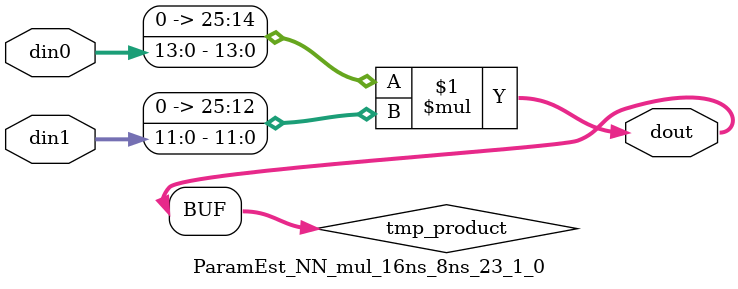
<source format=v>

`timescale 1 ns / 1 ps

  module ParamEst_NN_mul_16ns_8ns_23_1_0(din0, din1, dout);
parameter ID = 1;
parameter NUM_STAGE = 0;
parameter din0_WIDTH = 14;
parameter din1_WIDTH = 12;
parameter dout_WIDTH = 26;

input [din0_WIDTH - 1 : 0] din0; 
input [din1_WIDTH - 1 : 0] din1; 
output [dout_WIDTH - 1 : 0] dout;

wire signed [dout_WIDTH - 1 : 0] tmp_product;










assign tmp_product = $signed({1'b0, din0}) * $signed({1'b0, din1});











assign dout = tmp_product;







endmodule

</source>
